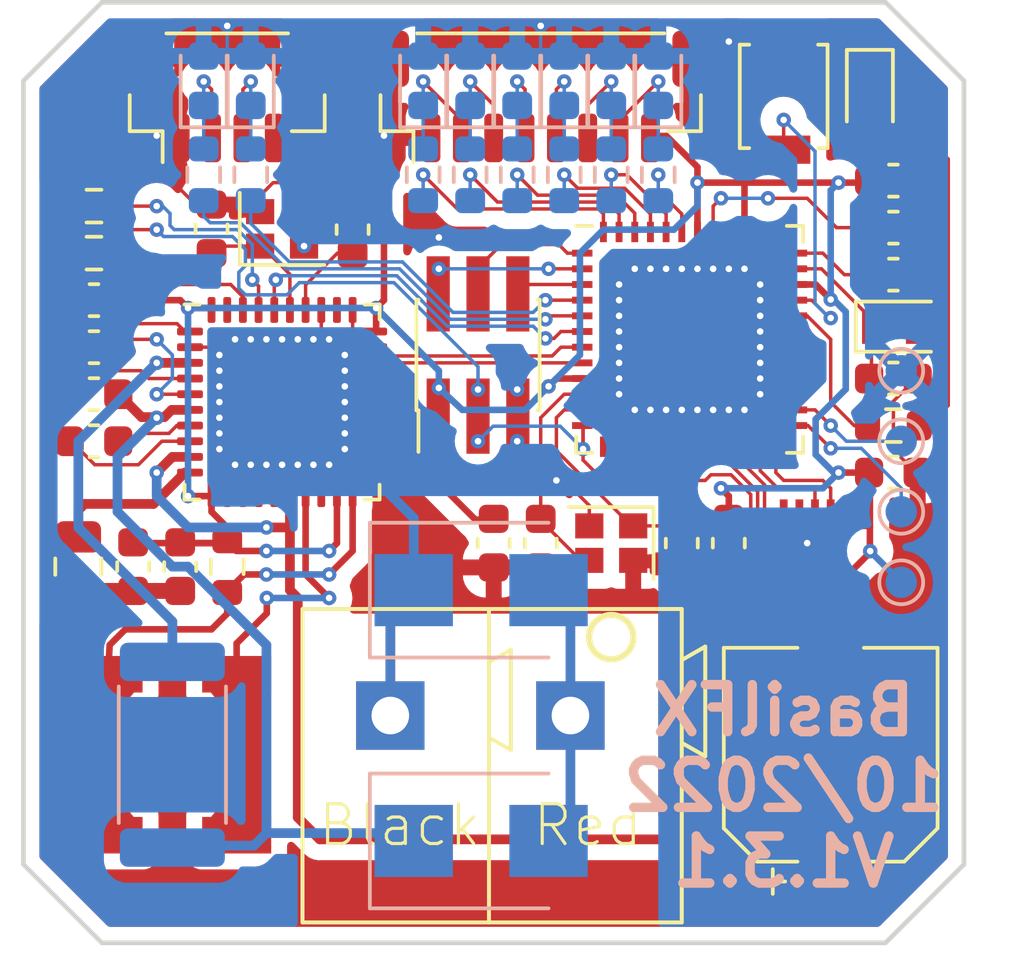
<source format=kicad_pcb>
(kicad_pcb (version 20211014) (generator pcbnew)
  (layers (0 "F.Cu" signal) (31 "B.Cu" signal) (34 "B.Paste" user) (35 "F.Paste" user) (36 "B.SilkS" user "B.Silkscreen") (37 "F.SilkS" user "F.Silkscreen") (38 "B.Mask" user) (39 "F.Mask" user) (44 "Edge.Cuts" user))
  (net 0 "")
  (net 1 "Net-(C11-Pad1)")
  (net 12 "GND")
  (net 13 "/RESET")
  (net 14 "/SWO")
  (net 15 "/SWDCLK")
  (net 16 "/SWDIO")
  (net 17 "Net-(C3-Pad1)")
  (net 18 "Net-(C1-Pad2)")
  (net 19 "Net-(C4-Pad1)")
  (net 20 "Net-(C5-Pad1)")
  (net 21 "Net-(C7-Pad1)")
  (net 22 "Net-(C6-Pad1)")
  (net 23 "Net-(C2-Pad2)")
  (net 24 "/SDA")
  (net 25 "/SCL")
  (net 26 "Net-(C14-Pad1)")
  (net 27 "Net-(C14-Pad2)")
  (net 28 "Net-(C15-Pad2)")
  (net 29 "Net-(D1-Pad2)")
  (net 30 "/KNX+")
  (net 31 "Net-(L1-Pad2)")
  (net 32 "Net-(L1-Pad1)")
  (net 33 "/LED")
  (net 34 "Net-(R2-Pad2)")
  (net 35 "/SWITCH")
  (net 36 "/SAVE")
  (net 37 "/RXD")
  (net 38 "/TXD")
  (net 39 "/SCLK")
  (net 40 "/MOSI")
  (net 41 "/MISO")
  (net 42 "/CS")
  (net 43 "/IF1")
  (net 44 "/IF2")
  (net 45 "/IF3")
  (net 46 "/IF4")
  (net 47 "/IF5")
  (net 48 "/IF6")
  (net 49 "Net-(D2-Pad2)")
  (net 52 "Net-(C13-Pad1)")
  (net 53 "Net-(D6-Pad1)")
  (net 54 "Net-(D7-Pad1)")
  (net 55 "Net-(D8-Pad1)")
  (net 56 "Net-(D9-Pad1)")
  (net 57 "Net-(D10-Pad1)")
  (net 58 "Net-(D11-Pad1)")
  (net 65 "Net-(D4-Pad1)")
  (net 66 "Net-(D5-Pad1)")
  (net 69 "Net-(TP2-Pad1)")
  (net 70 "Net-(TP3-Pad1)")
  (net 71 "Net-(C12-Pad1)")
  (net 72 "Net-(R13-Pad2)")
  (net 74 "Net-(R12-Pad2)")
  (net 75 "+3.3V")
  (footprint "Inductors_SMD2:L_Bourns-SRR5028" (layer "F.Cu") (at 74.75 64 90)
    (fp_text reference "L1" hide)
    (fp_text value "220µH")
  )
  (footprint "Package_USON:USON-8_2x3mm_P0.5mm" (layer "F.Cu") (at 95 57.25 -90)
    (fp_text reference "U3" hide)
    (fp_text value "MX25R8035F" hide)
  )
  (footprint "KNX:KNX_KLEMME" (layer "F.Cu") (at 84.25 62.75 90)
    (fp_text reference "J3" hide)
    (fp_text value "KNX_KLEMME" hide)
  )
  (footprint "Resistor_SMD:R_0603_1608Metric" (layer "F.Cu") (at 72.25 48)
    (fp_text reference "R13" hide)
    (fp_text value "0")
  )
  (footprint "Resistor_SMD:R_0603_1608Metric" (layer "F.Cu") (at 72.25 46.5)
    (fp_text reference "R12" hide)
    (fp_text value "0")
  )
  (footprint "Resistor_SMD:R_0603_1608Metric" (layer "F.Cu") (at 76.5 58 -90)
    (fp_text reference "R3" hide)
    (fp_text value "1")
  )
  (footprint "Resistor_SMD:R_0603_1608Metric" (layer "F.Cu") (at 97.75 53.5)
    (fp_text reference "R1" hide)
    (fp_text value "680")
  )
  (footprint "Package_DFN_QFN:QFN-40-1EP_6x6mm_P0.5mm_EP4.6x4.6mm" (layer "F.Cu") (at 78.25 52.75)
    (fp_text reference "U2" hide)
    (fp_text value "NCN5121")
  )
  (footprint "Package_DFN_QFN:Infineon_MLPQ-48-1EP_7x7mm_P0.5mm_Pad5.15x5.15mm" (layer "F.Cu") (at 91.25 50.75)
    (fp_text reference "U1" hide)
    (fp_text value "EFM32PG12B500")
  )
  (footprint "LED_SMD:LED_0603_1608Metric" (layer "F.Cu") (at 97 43 -90)
    (fp_text reference "D1" hide)
    (fp_text value "LED")
  )
  (footprint "Crystal:Crystal_SMD_2016-4Pin_2.0x1.6mm" (layer "F.Cu") (at 78.25 47.226)
    (fp_text reference "Y3" hide)
    (fp_text value "16MHz")
  )
  (footprint "Crystal:Crystal_SMD_2016-4Pin_2.0x1.6mm" (layer "F.Cu") (at 88.75 57.25 180)
    (fp_text reference "Y2" hide)
    (fp_text value "40MHz")
  )
  (footprint "Connector_PinHeader_1.27mm:PinHeader_2x03_P1.27mm_Vertical_SMD" (layer "F.Cu") (at 84.5 51.25 90)
    (fp_text reference "J4" hide)
    (fp_text value "JTAG")
  )
  (footprint "Connector_JST:JST_SH_BM08B-SRSS-TB_1x08-1MP_P1.00mm_Vertical" (layer "F.Cu") (at 86.5 43)
    (fp_text reference "J2" hide)
    (fp_text value "INTERFACE")
  )
  (footprint "Connector_JST:JST_SH_BM04B-SRSS-TB_1x04-1MP_P1.00mm_Vertical" (layer "F.Cu") (at 76.5 43)
    (fp_text reference "J1" hide)
    (fp_text value "I2C")
  )
  (footprint "Capacitor_SMD:C_0805_2012Metric" (layer "F.Cu") (at 71.75 58 -90)
    (fp_text reference "C12" hide)
    (fp_text value "1µF")
  )
  (footprint "Capacitor_SMD:C_0603_1608Metric" (layer "F.Cu") (at 85 57.25 -90)
    (fp_text reference "C19" hide)
    (fp_text value "100nF")
  )
  (footprint "Capacitor_SMD:C_0603_1608Metric" (layer "F.Cu") (at 72.25 49.5 180)
    (fp_text reference "C18" hide)
    (fp_text value "100nF")
  )
  (footprint "Capacitor_SMD:C_0603_1608Metric" (layer "F.Cu") (at 73.5 58 -90)
    (fp_text reference "C17" hide)
    (fp_text value "10µF")
  )
  (footprint "Capacitor_SMD:C_0603_1608Metric" (layer "F.Cu") (at 75 58 -90)
    (fp_text reference "C16" hide)
    (fp_text value "100nF")
  )
  (footprint "Capacitor_SMD:C_0603_1608Metric" (layer "F.Cu") (at 72.25 52.5 180)
    (fp_text reference "C15" hide)
    (fp_text value "47nF")
  )
  (footprint "Capacitor_SMD:C_0603_1608Metric" (layer "F.Cu") (at 72.25 54)
    (fp_text reference "C14" hide)
    (fp_text value "220nF")
  )
  (footprint "Capacitor_SMD:C_0603_1608Metric" (layer "F.Cu") (at 72.25 51 180)
    (fp_text reference "C13" hide)
    (fp_text value "100nF")
  )
  (footprint "Capacitor_SMD:C_0603_1608Metric" (layer "F.Cu") (at 92.5 57.25 -90)
    (fp_text reference "C10" hide)
    (fp_text value "100nF")
  )
  (footprint "Capacitor_SMD:C_0603_1608Metric" (layer "F.Cu") (at 97.75 55)
    (fp_text reference "C9" hide)
    (fp_text value "100nF")
  )
  (footprint "Capacitor_SMD:C_0603_1608Metric" (layer "F.Cu") (at 97.75 45.6865)
    (fp_text reference "C8" hide)
    (fp_text value "100nF")
  )
  (footprint "Capacitor_SMD:C_0603_1608Metric" (layer "F.Cu") (at 76 47.226 90)
    (fp_text reference "C7" hide)
    (fp_text value "10pF")
  )
  (footprint "Capacitor_SMD:C_0603_1608Metric" (layer "F.Cu") (at 80.5 47.25 90)
    (fp_text reference "C6" hide)
    (fp_text value "10pF")
  )
  (footprint "Capacitor_SMD:C_0603_1608Metric" (layer "F.Cu") (at 86.5 57.25 -90)
    (fp_text reference "C5" hide)
    (fp_text value "20pF")
  )
  (footprint "Capacitor_SMD:C_0603_1608Metric" (layer "F.Cu") (at 91 57.25 -90)
    (fp_text reference "C4" hide)
    (fp_text value "20pF")
  )
  (footprint "Capacitor_SMD:C_0603_1608Metric" (layer "F.Cu") (at 97.75 47.1865)
    (fp_text reference "C3" hide)
    (fp_text value "1µF")
  )
  (footprint "Capacitor_SMD:C_0603_1608Metric" (layer "F.Cu") (at 97.75 52 180)
    (fp_text reference "C1" hide)
    (fp_text value "18pF")
  )
  (footprint "Capacitor_SMD:CP_Elec_6.3x7.7" (layer "F.Cu") (at 95.75 64 90)
    (fp_text reference "C11" hide)
    (fp_text value "100µF")
  )
  (footprint "Button_Switch_SMD:SW_SPST_B3U-1000P" (layer "F.Cu") (at 94.25 43 -90)
    (fp_text reference "SW1" hide)
    (fp_text value "PROG")
  )
  (footprint "Capacitor_SMD:C_0603_1608Metric" (layer "F.Cu") (at 97.75 48.6865 180)
    (fp_text reference "C2" hide)
    (fp_text value "18pF")
  )
  (footprint "Crystal:Crystal_SMD_2012-2Pin_2.0x1.2mm" (layer "F.Cu") (at 97.75 50.3443)
    (fp_text reference "Y1" hide)
    (fp_text value "32.768kHz")
  )
  (footprint "TestPoint:TestPoint_Pad_D1.0mm" (layer "B.Cu") (at 98 58.5)
    (fp_text reference "TP4" hide)
    (fp_text value "Test_Point")
  )
  (footprint "TestPoint:TestPoint_Pad_D1.0mm" (layer "B.Cu") (at 98 56.25)
    (fp_text reference "TP3" hide)
    (fp_text value "Test_Point")
  )
  (footprint "TestPoint:TestPoint_Pad_D1.0mm" (layer "B.Cu") (at 98 54)
    (fp_text reference "TP2" hide)
    (fp_text value "Test_Point")
  )
  (footprint "TestPoint:TestPoint_Pad_D1.0mm" (layer "B.Cu") (at 98 51.75)
    (fp_text reference "TP1" hide)
    (fp_text value "Test_Point")
  )
  (footprint "Resistor_SMD:R_2512_6332Metric" (layer "B.Cu") (at 74.75 64 90)
    (fp_text reference "R2" hide)
    (fp_text value "27")
  )
  (footprint "Resistor_SMD:R_0603_1608Metric" (layer "B.Cu") (at 84.25 45.5 90)
    (fp_text reference "R5" hide)
    (fp_text value "680")
  )
  (footprint "Resistor_SMD:R_0603_1608Metric" (layer "B.Cu") (at 77.25 45.5 90)
    (fp_text reference "R11" hide)
    (fp_text value "0")
  )
  (footprint "Resistor_SMD:R_0603_1608Metric" (layer "B.Cu") (at 75.75 45.5 90)
    (fp_text reference "R10" hide)
    (fp_text value "0")
  )
  (footprint "Resistor_SMD:R_0603_1608Metric" (layer "B.Cu") (at 90.25 45.5 90)
    (fp_text reference "R9" hide)
    (fp_text value "680")
  )
  (footprint "Resistor_SMD:R_0603_1608Metric" (layer "B.Cu") (at 88.75 45.5 90)
    (fp_text reference "R8" hide)
    (fp_text value "680")
  )
  (footprint "Resistor_SMD:R_0603_1608Metric" (layer "B.Cu") (at 87.25 45.5 90)
    (fp_text reference "R7" hide)
    (fp_text value "680")
  )
  (footprint "Resistor_SMD:R_0603_1608Metric" (layer "B.Cu") (at 85.75 45.5 90)
    (fp_text reference "R6" hide)
    (fp_text value "680")
  )
  (footprint "Resistor_SMD:R_0603_1608Metric" (layer "B.Cu") (at 82.75 45.5 90)
    (fp_text reference "R4" hide)
    (fp_text value "680")
  )
  (footprint "Diode_SMD:D_SMB" (layer "B.Cu") (at 84.6 58.75)
    (fp_text reference "D3" hide)
    (fp_text value "D_TVS")
  )
  (footprint "Diode_SMD:D_SMB" (layer "B.Cu") (at 84.6 66.75)
    (fp_text reference "D2" hide)
    (fp_text value "D")
  )
  (footprint "Diode_SMD:D_0603_1608Metric" (layer "B.Cu") (at 75.75 42.5 90)
    (fp_text reference "D5" hide)
    (fp_text value "D_TVS")
  )
  (footprint "Diode_SMD:D_0603_1608Metric" (layer "B.Cu") (at 90.25 42.5 90)
    (fp_text reference "D6" hide)
    (fp_text value "D_TVS")
  )
  (footprint "Diode_SMD:D_0603_1608Metric" (layer "B.Cu") (at 88.75 42.5 90)
    (fp_text reference "D7" hide)
    (fp_text value "D_TVS")
  )
  (footprint "Diode_SMD:D_0603_1608Metric" (layer "B.Cu") (at 87.25 42.5 90)
    (fp_text reference "D8" hide)
    (fp_text value "D_TVS")
  )
  (footprint "Diode_SMD:D_0603_1608Metric" (layer "B.Cu") (at 85.75 42.5 90)
    (fp_text reference "D9" hide)
    (fp_text value "D_TVS")
  )
  (footprint "Diode_SMD:D_0603_1608Metric" (layer "B.Cu") (at 84.25 42.5 90)
    (fp_text reference "D10" hide)
    (fp_text value "D_TVS")
  )
  (footprint "Diode_SMD:D_0603_1608Metric" (layer "B.Cu") (at 77.25 42.5 90)
    (fp_text reference "D4" hide)
    (fp_text value "D_TVS")
  )
  (footprint "Diode_SMD:D_0603_1608Metric" (layer "B.Cu") (at 82.75 42.5 90)
    (fp_text reference "D11" hide)
    (fp_text value "D_TVS")
  )
  (gr_circle (center 88.75 60.25) (end 89.25 60.75) (layer "F.SilkS") (width 0.2) (fill none))
  (gr_line (start 100 67.5) (end 97.5 70) (layer "Edge.Cuts") (width 0.15))
  (gr_line (start 100 42.5) (end 97.5 40) (layer "Edge.Cuts") (width 0.15))
  (gr_line (start 97.5 70) (end 72.5 70) (layer "Edge.Cuts") (width 0.15))
  (gr_line (start 70 67.5) (end 70 42.5) (layer "Edge.Cuts") (width 0.15))
  (gr_line (start 70 42.5) (end 72.5 40) (layer "Edge.Cuts") (width 0.15))
  (gr_line (start 70 67.5) (end 72.5 70) (layer "Edge.Cuts") (width 0.15))
  (gr_line (start 100 42.5) (end 100 67.5) (layer "Edge.Cuts") (width 0.15))
  (gr_line (start 72.5 40) (end 97.5 40) (layer "Edge.Cuts") (width 0.15))
  (gr_text "BasilFX\n10/2022\nV1.3.1" (at 94.25 65) (layer "B.SilkS") (effects (font (size 1.5 1.5) (thickness 0.3)) (justify mirror)))
  (segment (start 78.75 66) (end 79.45 66.7) (width 0.31) (layer "F.Cu") (net 1))
  (segment (start 78.5 56.75) (end 78.5 58.75) (width 0.31) (layer "F.Cu") (net 1))
  (segment (start 79.45 66.7) (end 95.75 66.7) (width 0.31) (layer "F.Cu") (net 1))
  (segment (start 78.5 56.75) (end 77.75 56.75) (width 0.31) (layer "F.Cu") (net 1))
  (segment (start 78.75 59) (end 78.75 66) (width 0.31) (layer "F.Cu") (net 1))
  (segment (start 78.5 58.75) (end 78.75 59) (width 0.31) (layer "F.Cu") (net 1))
  (segment (start 74.75 54.5) (end 74.25 55) (width 0.31) (layer "F.Cu") (net 1))
  (segment (start 75.25 54.5) (end 74.75 54.5) (width 0.31) (layer "F.Cu") (net 1))
  (segment (start 78.5 55.75) (end 78.5 56.75) (width 0.31) (layer "F.Cu") (net 1))
  (via (at 77.75 56.75) (size 0.46) (drill 0.21) (layers "F.Cu" "B.Cu") (net 1))
  (via (at 74.25 55) (size 0.46) (drill 0.21) (layers "F.Cu" "B.Cu") (net 1))
  (segment (start 74.25 55.75) (end 74.25 55) (width 0.31) (layer "B.Cu") (net 1))
  (segment (start 75.25 56.75) (end 74.25 55.75) (width 0.31) (layer "B.Cu") (net 1))
  (segment (start 77.75 56.75) (end 75.25 56.75) (width 0.31) (layer "B.Cu") (net 1))
  (segment (start 71.4625 50.25) (end 71.4625 49.5) (width 0.11) (layer "F.Cu") (net 12))
  (segment (start 77.5 55) (end 77.75 54.75) (width 0.11) (layer "F.Cu") (net 12))
  (segment (start 71.4625 51) (end 71.4625 50.25) (width 0.11) (layer "F.Cu") (net 12))
  (segment (start 79.5 55.75) (end 79.5 55) (width 0.11) (layer "F.Cu") (net 12))
  (segment (start 87.25 55.25) (end 88.05 56.05) (width 0.11) (layer "F.Cu") (net 12))
  (segment (start 96.61 41.3) (end 97 41.69) (width 0.11) (layer "F.Cu") (net 12))
  (segment (start 81.70238 62.75) (end 81.70238 58.29762) (width 0.31) (layer "F.Cu") (net 12))
  (segment (start 85 58) (end 86.5 58) (width 0.11) (layer "F.Cu") (net 12))
  (segment (start 80.5 51) (end 80.475 51.025) (width 0.11) (layer "F.Cu") (net 12))
  (segment (start 76.7497 46.476) (end 76.9497 46.676) (width 0.11) (layer "F.Cu") (net 12))
  (segment (start 75.15 50.5) (end 74.9 50.25) (width 0.11) (layer "F.Cu") (net 12))
  (segment (start 98.525 48.75) (end 99.25 49.475) (width 0.11) (layer "F.Cu") (net 12))
  (segment (start 79.5 50.5) (end 78.975 51.025) (width 0.11) (layer "F.Cu") (net 12))
  (segment (start 79.775 45.75) (end 78 45.75) (width 0.11) (layer "F.Cu") (net 12))
  (segment (start 79.5 49.75) (end 79.5 50.5) (width 0.11) (layer "F.Cu") (net 12))
  (segment (start 75.515 46.476) (end 75 45.961) (width 0.11) (layer "F.Cu") (net 12))
  (segment (start 81.25 52.5) (end 81.25 53) (width 0.11) (layer "F.Cu") (net 12))
  (segment (start 94.25 41.3) (end 96.61 41.3) (width 0.11) (layer "F.Cu") (net 12))
  (segment (start 98.5 47.25) (end 98.5 48.75) (width 0.11) (layer "F.Cu") (net 12))
  (segment (start 71.4625 49.5) (end 71.4625 48) (width 0.11) (layer "F.Cu") (net 12))
  (segment (start 77.2499 46.676) (end 76.9497 46.676) (width 0.11) (layer "F.Cu") (net 12))
  (segment (start 86.5 58.0375) (end 85.925 58.0375) (width 0.11) (layer "F.Cu") (net 12))
  (segment (start 94 47.35) (end 94 47.8503) (width 0.11) (layer "F.Cu") (net 12))
  (segment (start 77.55 46.676) (end 77.55 46.166) (width 0.11) (layer "F.Cu") (net 12))
  (segment (start 91 58) (end 92.5 58) (width 0.11) (layer "F.Cu") (net 12))
  (segment (start 94.25 56.5) (end 94.2507 56.4993) (width 0.11) (layer "F.Cu") (net 12))
  (segment (start 74.9 50.25) (end 71.4625 50.25) (width 0.11) (layer "F.Cu") (net 12))
  (segment (start 81.25 54) (end 81.25 53.5) (width 0.11) (layer "F.Cu") (net 12))
  (segment (start 80.5 49.75) (end 80.5 50.5) (width 0.11) (layer "F.Cu") (net 12))
  (segment (start 89.45 57.8) (end 90.8 57.8) (width 0.11) (layer "F.Cu") (net 12))
  (segment (start 93.775001 48.075299) (end 94 47.8503) (width 0.11) (layer "F.Cu") (net 12))
  (segment (start 97.75 54.275) (end 97.75 52.725) (width 0.11) (layer "F.Cu") (net 12))
  (segment (start 88.05 56.05) (end 88.05 56.7) (width 0.11) (layer "F.Cu") (net 12))
  (segment (start 98.5 47.25) (end 98.5 45.75) (width 0.11) (layer "F.Cu") (net 12))
  (segment (start 80.5 50.5) (end 79.975 51.025) (width 0.11) (layer "F.Cu") (net 12))
  (segment (start 79.5 55) (end 79.75 54.75) (width 0.11) (layer "F.Cu") (net 12))
  (segment (start 99.25 50.765) (end 98.5 51.515) (width 0.11) (layer "F.Cu") (net 12))
  (segment (start 81.25 53) (end 80.5 53) (width 0.11) (layer "F.Cu") (net 12))
  (segment (start 75.25 51) (end 75.25 50.5) (width 0.11) (layer "F.Cu") (net 12))
  (segment (start 73.5 58.75) (end 72 58.75) (width 0.11) (layer "F.Cu") (net 12))
  (segment (start 97.75 54.275) (end 98.475 55) (width 0.11) (layer "F.Cu") (net 12))
  (segment (start 76.25 51.25) (end 76 51) (width 0.11) (layer "F.Cu") (net 12))
  (segment (start 75 45.961) (end 75 44.2625) (width 0.11) (layer "F.Cu") (net 12))
  (segment (start 77.55 46.166) (end 77.966 45.75) (width 0.11) (layer "F.Cu") (net 12))
  (segment (start 81.9625 58.0375) (end 85 58.0375) (width 0.31) (layer "F.Cu") (net 12))
  (segment (start 80.5 53) (end 80.474999 52.974999) (width 0.11) (layer "F.Cu") (net 12))
  (segment (start 81.70238 58.29762) (end 81.9625 58.0375) (width 0.31) (layer "F.Cu") (net 12))
  (segment (start 81.25 51) (end 80.5 51) (width 0.11) (layer "F.Cu") (net 12))
  (segment (start 95 57.25) (end 94.25 56.5) (width 0.11) (layer "F.Cu") (net 12))
  (segment (start 94.2507 56.4993) (end 94.2507 56.02826) (width 0.11) (layer "F.Cu") (net 12))
  (segment (start 76 46.476) (end 75.515 46.476) (width 0.11) (layer "F.Cu") (net 12))
  (segment (start 93.775001 48.224999) (end 93.775001 48.075299) (width 0.11) (layer "F.Cu") (net 12))
  (segment (start 97 41.69) (end 97 42.2) (width 0.11) (layer "F.Cu") (net 12))
  (segment (start 77.5 55.75) (end 77.5 55) (width 0.11) (layer "F.Cu") (net 12))
  (segment (start 75.3501 51) (end 76 51) (width 0.11) (layer "F.Cu") (net 12))
  (segment (start 80.5 46.475) (end 79.775 45.75) (width 0.11) (layer "F.Cu") (net 12))
  (segment (start 76 46.476) (end 76.7497 46.476) (width 0.11) (layer "F.Cu") (net 12))
  (segment (start 81.25 53.5) (end 81.25 53) (width 0.11) (layer "F.Cu") (net 12))
  (segment (start 98.5 51.515) (end 98.5 52) (width 0.11) (layer "F.Cu") (net 12))
  (segment (start 99.25 49.475) (end 99.25 50.765) (width 0.11) (layer "F.Cu") (net 12))
  (segment (start 97.75 52.725) (end 98.475 52) (width 0.11) (layer "F.Cu") (net 12))
  (segment (start 73.5 58.75) (end 75 58.75) (width 0.11) (layer "F.Cu") (net 12))
  (segment (start 87 55.25) (end 87.25 55.25) (width 0.11) (layer "F.Cu") (net 12))
  (via (at 89 51.5) (size 0.46) (drill 0.21) (layers "F.Cu" "B.Cu") (net 12))
  (via (at 89 49.5) (size 0.46) (drill 0.21) (layers "F.Cu" "B.Cu") (net 12))
  (via (at 91.5 53) (size 0.46) (drill 0.21) (layers "F.Cu" "B.Cu") (net 12))
  (via (at 85.75 52.35) (size 0.46) (drill 0.21) (layers "F.Cu" "B.Cu") (net 12))
  (via (at 92.5 53) (size 0.46) (drill 0.21) (layers "F.Cu" "B.Cu") (net 12))
  (via (at 80.25 54.25) (size 0.46) (drill 0.21) (layers "F.Cu" "B.Cu") (net 12))
  (via (at 80.25 53.75) (size 0.46) (drill 0.21) (layers "F.Cu" "B.Cu") (net 12))
  (via (at 93.5 50) (size 0.46) (drill 0.21) (layers "F.Cu" "B.Cu") (net 12))
  (via (at 76.25 53.25) (size 0.46) (drill 0.21) (layers "F.Cu" "B.Cu") (net 12))
  (via (at 93.5 51.5) (size 0.46) (drill 0.21) (layers "F.Cu" "B.Cu") (net 12))
  (via (at 76.25 52.25) (size 0.46) (drill 0.21) (layers "F.Cu" "B.Cu") (net 12))
  (via (at 89 50) (size 0.46) (drill 0.21) (layers "F.Cu" "B.Cu") (net 12))
  (via (at 92.5 48.5) (size 0.46) (drill 0.21) (layers "F.Cu" "B.Cu") (net 12))
  (via (at 78.75 50.75) (size 0.46) (drill 0.21) (layers "F.Cu" "B.Cu") (net 12))
  (via (at 89 52.5) (size 0.46) (drill 0.21) (layers "F.Cu" "B.Cu") (net 12))
  (via (at 93 48.5) (size 0.46) (drill 0.21) (layers "F.Cu" "B.Cu") (net 12))
  (via (at 93.5 51) (size 0.46) (drill 0.21) (layers "F.Cu" "B.Cu") (net 12))
  (via (at 90.5 53) (size 0.46) (drill 0.21) (layers "F.Cu" "B.Cu") (net 12))
  (via (at 92 53) (size 0.46) (drill 0.21) (layers "F.Cu" "B.Cu") (net 12))
  (via (at 78.25 54.75) (size 0.46) (drill 0.21) (layers "F.Cu" "B.Cu") (net 12))
  (via (at 93.5 52) (size 0.46) (drill 0.21) (layers "F.Cu" "B.Cu") (net 12))
  (via (at 74.25 44.25) (size 0.46) (drill 0.21) (layers "F.Cu" "B.Cu") (net 12))
  (via (at 76.25 52.75) (size 0.46) (drill 0.21) (layers "F.Cu" "B.Cu") (net 12))
  (via (at 89 52) (size 0.46) (drill 0.21) (layers "F.Cu" "B.Cu") (net 12))
  (via (at 76.25 54.25) (size 0.46) (drill 0.21) (layers "F.Cu" "B.Cu") (net 12))
  (via (at 76.5 40.75) (size 0.46) (drill 0.21) (layers "F.Cu" "B.Cu") (net 12))
  (via (at 80.25 52.75) (size 0.46) (drill 0.21) (layers "F.Cu" "B.Cu") (net 12))
  (via (at 91.5 48.5) (size 0.46) (drill 0.21) (layers "F.Cu" "B.Cu") (net 12))
  (via (at 76.75 50.75) (size 0.46) (drill 0.21) (layers "F.Cu" "B.Cu") (net 12))
  (via (at 76.75 54.75) (size 0.46) (drill 0.21) (layers "F.Cu" "B.Cu") (net 12))
  (via (at 79.75 54.75) (size 0.46) (drill 0.21) (layers "F.Cu" "B.Cu") (net 12))
  (via (at 80.25 51.25) (size 0.46) (drill 0.21) (layers "F.Cu" "B.Cu") (net 12))
  (via (at 92 48.5) (size 0.46) (drill 0.21) (layers "F.Cu" "B.Cu") (net 12))
  (via (at 79.25 54.75) (size 0.46) (drill 0.21) (layers "F.Cu" "B.Cu") (net 12))
  (via (at 89 51) (size 0.46) (drill 0.21) (layers "F.Cu" "B.Cu") (net 12))
  (via (at 90 48.5) (size 0.46) (drill 0.21) (layers "F.Cu" "B.Cu") (net 12))
  (via (at 95 57.25) (size 0.46) (drill 0.21) (layers "F.Cu" "B.Cu") (net 12))
  (via (at 77.75 54.75) (size 0.46) (drill 0.21) (layers "F.Cu" "B.Cu") (net 12))
  (via (at 80.25 53.25) (size 0.46) (drill 0.21) (layers "F.Cu" "B.Cu") (net 12))
  (via (at 77.25 50.75) (size 0.46) (drill 0.21) (layers "F.Cu" "B.Cu") (net 12))
  (via (at 89.5 53) (size 0.46) (drill 0.21) (layers "F.Cu" "B.Cu") (net 12))
  (via (at 81.5 44.25) (size 0.46) (drill 0.21) (layers "F.Cu" "B.Cu") (net 12))
  (via (at 83.25 47.5) (size 0.46) (drill 0.21) (layers "F.Cu" "B.Cu") (net 12))
  (via (at 90 53) (size 0.46) (drill 0.21) (layers "F.Cu" "B.Cu") (net 12))
  (via (at 85.75 54) (size 0.46) (drill 0.21) (layers "F.Cu" "B.Cu") (net 12))
  (via (at 91 48.5) (size 0.46) (drill 0.21) (layers "F.Cu" "B.Cu") (net 12))
  (via (at 91 53) (size 0.46) (drill 0.21) (layers "F.Cu" "B.Cu") (net 12))
  (via (at 78.25 50.75) (size 0.46) (drill 0.21) (layers "F.Cu" "B.Cu") (net 12))
  (via (at 78.75 54.75) (size 0.46) (drill 0.21) (layers "F.Cu" "B.Cu") (net 12))
  (via (at 93.5 50.5) (size 0.46) (drill 0.21) (layers "F.Cu" "B.Cu") (net 12))
  (via (at 92.5 41.25) (size 0.46) (drill 0.21) (layers "F.Cu" "B.Cu") (net 12))
  (via (at 90.5 48.5) (size 0.46) (drill 0.21) (layers "F.Cu" "B.Cu") (net 12))
  (via (at 80.25 52.25) (size 0.46) (drill 0.21) (layers "F.Cu" "B.Cu") (net 12))
  (via (at 87 55.25) (size 0.46) (drill 0.21) (layers "F.Cu" "B.Cu") (net 12))
  (via (at 77.75 50.75) (size 0.46) (drill 0.21) (layers "F.Cu" "B.Cu") (net 12))
  (via (at 93 53) (size 0.46) (drill 0.21) (layers "F.Cu" "B.Cu") (net 12))
  (via (at 89.5 48.5) (size 0.46) (drill 0.21) (layers "F.Cu" "B.Cu") (net 12))
  (via (at 93.5 52.5) (size 0.46) (drill 0.21) (layers "F.Cu" "B.Cu") (net 12))
  (via (at 76.25 51.25) (size 0.46) (drill 0.21) (layers "F.Cu" "B.Cu") (net 12))
  (via (at 89 50.5) (size 0.46) (drill 0.21) (layers "F.Cu" "B.Cu") (net 12))
  (via (at 76.25 51.75) (size 0.46) (drill 0.21) (layers "F.Cu" "B.Cu") (net 12))
  (via (at 76.25 53.75) (size 0.46) (drill 0.21) (layers "F.Cu" "B.Cu") (net 12))
  (via (at 80.25 51.75) (size 0.46) (drill 0.21) (layers "F.Cu" "B.Cu") (net 12))
  (via (at 79.75 50.75) (size 0.46) (drill 0.21) (layers "F.Cu" "B.Cu") (net 12))
  (via (at 77.25 54.75) (size 0.46) (drill 0.21) (layers "F.Cu" "B.Cu") (net 12))
  (via (at 86.5 40.75) (size 0.46) (drill 0.21) (layers "F.Cu" "B.Cu") (net 12))
  (via (at 78.95 47.776) (size 0.46) (drill 0.21) (layers "F.Cu" "B.Cu") (net 12))
  (via (at 89 49) (size 0.46) (drill 0.21) (layers "F.Cu" "B.Cu") (net 12))
  (via (at 79.25 50.75) (size 0.46) (drill 0.21) (layers "F.Cu" "B.Cu") (net 12))
  (via (at 93.5 49) (size 0.46) (drill 0.21) (layers "F.Cu" "B.Cu") (net 12))
  (via (at 93.5 49.5) (size 0.46) (drill 0.21) (layers "F.Cu" "B.Cu") (net 12))
  (segment (start 87.25 41.65) (end 88.75 41.65) (width 0.11) (layer "B.Cu") (net 12))
  (segment (start 88.75 41.65) (end 90.25 41.65) (width 0.11) (layer "B.Cu") (net 12))
  (segment (start 82.75 41.65) (end 84.25 41.65) (width 0.11) (layer "B.Cu") (net 12))
  (segment (start 84.25 41.65) (end 85.75 41.65) (width 0.11) (layer "B.Cu") (net 12))
  (segment (start 76.25 53.75) (end 76.25 53.25) (width 0.11) (layer "B.Cu") (net 12))
  (segment (start 77.75 54.75) (end 77.6858 54.8142) (width 0.11) (layer "B.Cu") (net 12))
  (segment (start 77.6858 54.8142) (end 77.3142 54.8142) (width 0.11) (layer "B.Cu") (net 12))
  (segment (start 83.25 47.5) (end 79.226 47.5) (width 0.11) (layer "B.Cu") (net 12))
  (segment (start 86.5 41.65) (end 87.25 41.65) (width 0.11) (layer "B.Cu") (net 12))
  (segment (start 76.5 41.65) (end 75.9751 41.65) (width 0.11) (layer "B.Cu") (net 12))
  (segment (start 78.75 54.75) (end 78.25 54.75) (width 0.11) (layer "B.Cu") (net 12))
  (segment (start 82.45 56.45) (end 80.25 54.25) (width 0.31) (layer "B.Cu") (net 12))
  (segment (start 92.1 41.65) (end 92.5 41.25) (width 0.11) (layer "B.Cu") (net 12))
  (segment (start 77.75 50.75) (end 78.25 50.75) (width 0.11) (layer "B.Cu") (net 12))
  (segment (start 81.70238 62.75) (end 81.70238 59.49762) (width 0.31) (layer "B.Cu") (net 12))
  (segment (start 76.25 52.75) (end 76.25 52.25) (width 0.11) (layer "B.Cu") (net 12))
  (segment (start 77.25 41.65) (end 82.75 41.65) (width 0.11) (layer "B.Cu") (net 12))
  (segment (start 80.25 54.25) (end 80.25 53.75) (width 0.11) (layer "B.Cu") (net 12))
  (segment (start 77.3142 54.8142) (end 77.25 54.75) (width 0.11) (layer "B.Cu") (net 12))
  (segment (start 76.25 53.25) (end 76.25 52.75) (width 0.11) (layer "B.Cu") (net 12))
  (segment (start 80.25 51.75) (end 80.25 52.25) (width 0.11) (layer "B.Cu") (net 12))
  (segment (start 80.25 52.25) (end 80.25 52.75) (width 0.11) (layer "B.Cu") (net 12))
  (segment (start 86.5 40.75) (end 86.5 41.65) (width 0.11) (layer "B.Cu") (net 12))
  (segment (start 80.25 51.25) (end 80.25 51.75) (width 0.11) (layer "B.Cu") (net 12))
  (segment (start 79.226 47.5) (end 78.95 47.776) (width 0.11) (layer "B.Cu") (net 12))
  (segment (start 85.75 54) (end 87 55.25) (width 0.11) (layer "B.Cu") (net 12))
  (segment (start 85.75 41.65) (end 86.5 41.65) (width 0.11) (layer "B.Cu") (net 12))
  (segment (start 82.45 58.75) (end 82.45 56.45) (width 0.31) (layer "B.Cu") (net 12))
  (segment (start 80.25 53.75) (end 80.25 53.25) (width 0.11) (layer "B.Cu") (net 12))
  (segment (start 76.5 40.75) (end 76.5 41.65) (width 0.11) (layer "B.Cu") (net 12))
  (segment (start 80.25 53.25) (end 80.25 52.75) (width 0.11) (layer "B.Cu") (net 12))
  (segment (start 77.25 41.65) (end 76.5 41.65) (width 0.11) (layer "B.Cu") (net 12))
  (segment (start 76.25 51.75) (end 76.25 52.25) (width 0.11) (layer "B.Cu") (net 12))
  (segment (start 90.25 41.65) (end 92.1 41.65) (width 0.11) (layer "B.Cu") (net 12))
  (segment (start 76.25 51.25) (end 76.25 51.75) (width 0.11) (layer "B.Cu") (net 12))
  (segment (start 74.25 47.25) (end 72.2125 47.25) (width 0.11) (layer "F.Cu") (net 13))
  (segment (start 95.24892 58.81222) (end 95.24892 58.47174) (width 0.11) (layer "F.Cu") (net 13))
  (segment (start 87.85 54.6) (end 88.5 55.25) (width 0.11) (layer "F.Cu") (net 13))
  (segment (start 88.5 55.25) (end 91.75 55.25) (width 0.11) (layer "F.Cu") (net 13))
  (segment (start 91.75 55.25) (end 91.93 55.07) (width 0.11) (layer "F.Cu") (net 13))
  (segment (start 93.199981 59.011122) (end 93.658869 59.47001) (width 0.11) (layer "F.Cu") (net 13))
  (segment (start 93.199981 55.699981) (end 93.199981 59.011122) (width 0.11) (layer "F.Cu") (net 13))
  (segment (start 92.57 55.07) (end 93.199981 55.699981) (width 0.11) (layer "F.Cu") (net 13))
  (segment (start 94.591131 59.47001) (end 95.24892 58.81222) (width 0.11) (layer "F.Cu") (net 13))
  (segment (start 87.85 54.25) (end 87.85 54.6) (width 0.11) (layer "F.Cu") (net 13))
  (segment (start 91.93 55.07) (end 92.57 55.07) (width 0.11) (layer "F.Cu") (net 13))
  (segment (start 71.4625 46.5) (end 72.2125 47.25) (width 0.11) (layer "F.Cu") (net 13))
  (segment (start 87.85 53.5) (end 87.85 54.15) (width 0.11) (layer "F.Cu") (net 13))
  (segment (start 93.658869 59.47001) (end 94.591131 59.47001) (width 0.11) (layer "F.Cu") (net 13))
  (segment (start 87.85 54.25) (end 87.85 53.5) (width 0.11) (layer "F.Cu") (net 13))
  (via (at 87.85 54.25) (size 0.46) (drill 0.21) (layers "F.Cu" "B.Cu") (net 13))
  (via (at 84.5 52.35) (size 0.46) (drill 0.21) (layers "F.Cu" "B.Cu") (net 13))
  (via (at 84.5 54) (size 0.46) (drill 0.21) (layers "F.Cu" "B.Cu") (net 13))
  (via (at 74.25 47.25) (size 0.46) (drill 0.21) (layers "F.Cu" "B.Cu") (net 13))
  (segment (start 84.5 51.62228) (end 81.81772 48.94) (width 0.11) (layer "B.Cu") (net 13))
  (segment (start 78.41 49.33) (end 77.08 49.33) (width 0.11) (layer "B.Cu") (net 13))
  (segment (start 76.87 49.12) (end 76.87 48.61) (width 0.11) (layer "B.Cu") (net 13))
  (segment (start 77.08 47.88) (end 76.67 47.47) (width 0.11) (layer "B.Cu") (net 13))
  (segment (start 78.8 48.94) (end 78.41 49.33) (width 0.11) (layer "B.Cu") (net 13))
  (segment (start 81.81772 48.94) (end 78.8 48.94) (width 0.11) (layer "B.Cu") (net 13))
  (segment (start 76.87 48.61) (end 77.08 48.4) (width 0.11) (layer "B.Cu") (net 13))
  (segment (start 84.5 52.35) (end 84.5 51.62228) (width 0.11) (layer "B.Cu") (net 13))
  (segment (start 77.08 49.33) (end 76.87 49.12) (width 0.11) (layer "B.Cu") (net 13))
  (segment (start 74.47 47.47) (end 74.25 47.25) (width 0.11) (layer "B.Cu") (net 13))
  (segment (start 76.67 47.47) (end 74.47 47.47) (width 0.11) (layer "B.Cu") (net 13))
  (segment (start 84.97999 53.52001) (end 87.12001 53.52001) (width 0.11) (layer "B.Cu") (net 13))
  (segment (start 84.5 54) (end 84.97999 53.52001) (width 0.11) (layer "B.Cu") (net 13))
  (segment (start 77.08 48.4) (end 77.08 47.88) (width 0.11) (layer "B.Cu") (net 13))
  (segment (start 87.12001 53.52001) (end 87.85 54.25) (width 0.11) (layer "B.Cu") (net 13))
  (segment (start 87.85 49) (end 86.07 49) (width 0.11) (layer "F.Cu") (net 14))
  (segment (start 87.85 48) (end 87.3497 48) (width 0.11) (layer "F.Cu") (net 15))
  (segment (start 85.2454 47.7246) (end 84.5 48.47) (width 0.11) (layer "F.Cu") (net 15))
  (segment (start 87.3497 48) (end 87.0743 47.7246) (width 0.11) (layer "F.Cu") (net 15))
  (segment (start 87.0743 47.7246) (end 85.2454 47.7246) (width 0.11) (layer "F.Cu") (net 15))
  (segment (start 87.85 48.5) (end 86.75 48.5) (width 0.11) (layer "F.Cu") (net 16))
  (via (at 83.25 48.5) (size 0.46) (drill 0.21) (layers "F.Cu" "B.Cu") (net 16))
  (via (at 86.75 48.5) (size 0.46) (drill 0.21) (layers "F.Cu" "B.Cu") (net 16))
  (segment (start 83.25 48.5) (end 86.75 48.5) (width 0.11) (layer "B.Cu") (net 16))
  (segment (start 95 46.25) (end 95.9365 47.1865) (width 0.11) (layer "F.Cu") (net 17))
  (segment (start 96.9625 47.1865) (end 95.9365 47.1865) (width 0.11) (layer "F.Cu") (net 17))
  (segment (start 92 46.5) (end 92.25 46.25) (width 0.11) (layer "F.Cu") (net 17))
  (segment (start 92 47.35) (end 92 46.5) (width 0.11) (layer "F.Cu") (net 17))
  (segment (start 93.75 46.25) (end 95 46.25) (width 0.11) (layer "F.Cu") (net 17))
  (via (at 93.75 46.25) (size 0.46) (drill 0.21) (layers "F.Cu" "B.Cu") (net 17))
  (via (at 92.25 46.25) (size 0.46) (drill 0.21) (layers "F.Cu" "B.Cu") (net 17))
  (segment (start 92.25 46.25) (end 93.75 46.25) (width 0.11) (layer "B.Cu") (net 17))
  (segment (start 94.65 48.5) (end 95.4557 48.5) (width 0.11) (layer "F.Cu") (net 18))
  (segment (start 97.05 50.3443) (end 97.05 51.95) (width 0.11) (layer "F.Cu") (net 18))
  (segment (start 95.4557 48.5) (end 97.05 50.0943) (width 0.11) (layer "F.Cu") (net 18))
  (segment (start 87.25 53) (end 87 53.25) (width 0.11) (layer "F.Cu") (net 19))
  (segment (start 87.85 53) (end 87.25 53) (width 0.11) (layer "F.Cu") (net 19))
  (segment (start 89.4 56.7) (end 87 54.3) (width 0.11) (layer "F.Cu") (net 19))
  (segment (start 89.45 56.7) (end 90.8 56.7) (width 0.11) (layer "F.Cu") (net 19))
  (segment (start 87 54.3) (end 87 53.25) (width 0.11) (layer "F.Cu") (net 19))
  (segment (start 87.85 52.5) (end 87.25 52.5) (width 0.11) (layer "F.Cu") (net 20))
  (segment (start 86.5 53.25) (end 86.5 56.5) (width 0.11) (layer "F.Cu") (net 20))
  (segment (start 87.25 52.5) (end 86.5 53.25) (width 0.11) (layer "F.Cu") (net 20))
  (segment (start 86.5 56.525) (end 87.775 57.8) (width 0.11) (layer "F.Cu") (net 20))
  (segment (start 78.5 48.676) (end 77.6 47.776) (width 0.11) (layer "F.Cu") (net 21))
  (segment (start 78.5 49.75) (end 78.5 48.676) (width 0.11) (layer "F.Cu") (net 21))
  (segment (start 77.55 47.776) (end 76.2 47.776) (width 0.11) (layer "F.Cu") (net 21))
  (segment (start 79 49.015) (end 80.015 48) (width 0.11) (layer "F.Cu") (net 22))
  (segment (start 80.015 48) (end 80.5 48) (width 0.11) (layer "F.Cu") (net 22))
  (segment (start 79 49.75) (end 79 49.015) (width 0.11) (layer "F.Cu") (net 22))
  (segment (start 80.5 47.975) (end 79.201 46.676) (width 0.11) (layer "F.Cu") (net 22))
  (segment (start 95.5 48) (end 96.1865 48.6865) (width 0.11) (layer "F.Cu") (net 23))
  (segment (start 98.45 50.2535) (end 97.028 48.8315) (width 0.11) (layer "F.Cu") (net 23))
  (segment (start 96.9625 48.6865) (end 96.1865 48.6865) (width 0.11) (layer "F.Cu") (net 23))
  (segment (start 94.65 48) (end 95.5 48) (width 0.11) (layer "F.Cu") (net 23))
  (segment (start 86.65 49.5) (end 87.825 49.5) (width 0.11) (layer "F.Cu") (net 24))
  (via (at 86.65 49.5) (size 0.46) (drill 0.21) (layers "F.Cu" "B.Cu") (net 24))
  (segment (start 82.09113 48.27999) (end 83.70114 49.89) (width 0.11) (layer "B.Cu") (net 24))
  (segment (start 77.25 46.2875) (end 77.25 47.05) (width 0.11) (layer "B.Cu") (net 24))
  (segment (start 77.25 47.05) (end 78.47999 48.27999) (width 0.11) (layer "B.Cu") (net 24))
  (segment (start 78.47999 48.27999) (end 82.09113 48.27999) (width 0.11) (layer "B.Cu") (net 24))
  (segment (start 86.26 49.89) (end 86.65 49.5) (width 0.11) (layer "B.Cu") (net 24))
  (segment (start 83.70114 49.89) (end 86.26 49.89) (width 0.11) (layer "B.Cu") (net 24))
  (segment (start 86.65 50.11) (end 86.76 50) (width 0.11) (layer "F.Cu") (net 25))
  (segment (start 86.76 50) (end 87.825 50) (width 0.11) (layer "F.Cu") (net 25))
  (via (at 86.65 50.11) (size 0.46) (drill 0.21) (layers "F.Cu" "B.Cu") (net 25))
  (segment (start 82 48.5) (end 83.61 50.11) (width 0.11) (layer "B.Cu") (net 25))
  (segment (start 78.388874 48.5) (end 82 48.5) (width 0.11) (layer "B.Cu") (net 25))
  (segment (start 75.955 47.03) (end 76.918874 47.03) (width 0.11) (layer "B.Cu") (net 25))
  (segment (start 83.61 50.11) (end 86.65 50.11) (width 0.11) (layer "B.Cu") (net 25))
  (segment (start 76.918874 47.03) (end 78.388874 48.5) (width 0.11) (layer "B.Cu") (net 25))
  (segment (start 75.75 46.2875) (end 75.75 46.825) (width 0.11) (layer "B.Cu") (net 25))
  (segment (start 75.75 46.825) (end 75.955 47.03) (width 0.11) (layer "B.Cu") (net 25))
  (segment (start 73.665398 54.75) (end 74.415398 54) (width 0.11) (layer "F.Cu") (net 26))
  (segment (start 72.275 54.75) (end 73.665398 54.75) (width 0.11) (layer "F.Cu") (net 26))
  (segment (start 71.525 54) (end 72.275 54.75) (width 0.11) (layer "F.Cu") (net 26))
  (segment (start 74.415398 54) (end 75.25 54) (width 0.11) (layer "F.Cu") (net 26))
  (segment (start 73.575 54) (end 73.825 53.75) (width 0.11) (layer "F.Cu") (net 27))
  (segment (start 74.64 53.75) (end 73.825 53.75) (width 0.11) (layer "F.Cu") (net 27))
  (segment (start 75.25 53.5) (end 74.89 53.5) (width 0.11) (layer "F.Cu") (net 27))
  (segment (start 74.89 53.5) (end 74.64 53.75) (width 0.11) (layer "F.Cu") (net 27))
  (segment (start 73.575 54) (end 73.0375 54) (width 0.11) (layer "F.Cu") (net 27))
  (segment (start 72.2125 51.75) (end 71.4625 52.5) (width 0.11) (layer "F.Cu") (net 28))
  (segment (start 75.25 52) (end 74 52) (width 0.11) (layer "F.Cu") (net 28))
  (segment (start 73.75 51.75) (end 72.2125 51.75) (width 0.11) (layer "F.Cu") (net 28))
  (segment (start 74 52) (end 73.75 51.75) (width 0.11) (layer "F.Cu") (net 28))
  (segment (start 98.86 53.5) (end 99.5 52.86) (width 0.11) (layer "F.Cu") (net 29))
  (segment (start 98.3 43.8) (end 99.5 45) (width 0.11) (layer "F.Cu") (net 29))
  (segment (start 97 43.8) (end 98.3 43.8) (width 0.11) (layer "F.Cu") (net 29))
  (segment (start 99.5 45) (end 99.5 52.86) (width 0.11) (layer "F.Cu") (net 29))
  (segment (start 74.495001 53.229999) (end 74.725 53) (width 0.31) (layer "F.Cu") (net 30))
  (segment (start 75.25 53) (end 74.725 53) (width 0.31) (layer "F.Cu") (net 30))
  (segment (start 73.0375 52.5) (end 73.767499 53.229999) (width 0.31) (layer "F.Cu") (net 30))
  (segment (start 73.767499 53.229999) (end 74.495001 53.229999) (width 0.31) (layer "F.Cu") (net 30))
  (via (at 74.25 53.25) (size 0.46) (drill 0.21) (layers "F.Cu" "B.Cu") (net 30))
  (segment (start 73 56.25) (end 74.75 58) (width 0.31) (layer "B.Cu") (net 30))
  (segment (start 77.75 66.5) (end 77.35 66.9) (width 0.31) (layer "B.Cu") (net 30))
  (segment (start 74.75 58) (end 75.25 58) (width 0.31) (layer "B.Cu") (net 30))
  (segment (start 82.6 66.5) (end 77.75 66.5) (width 0.31) (layer "B.Cu") (net 30))
  (segment (start 75.25 58) (end 77.75 60.5) (width 0.31) (layer "B.Cu") (net 30))
  (segment (start 77.75 60.5) (end 77.75 66.5) (width 0.31) (layer "B.Cu") (net 30))
  (segment (start 74.25 53.25) (end 73 54.5) (width 0.31) (layer "B.Cu") (net 30))
  (segment (start 73 54.5) (end 73 56.25) (width 0.31) (layer "B.Cu") (net 30))
  (segment (start 77.35 66.9) (end 74.75 66.9) (width 0.31) (layer "B.Cu") (net 30))
  (segment (start 76.51 61.95) (end 77.317 61.95) (width 0.21) (layer "F.Cu") (net 31))
  (segment (start 77.317 66.05) (end 76.9135 66.05) (width 0.21) (layer "F.Cu") (net 31))
  (segment (start 76.8 60.45) (end 76.8 61.433) (width 0.21) (layer "F.Cu") (net 31))
  (segment (start 79 58.25) (end 79.75 59) (width 0.21) (layer "F.Cu") (net 31))
  (segment (start 77.762 59.488) (end 76.8 60.45) (width 0.21) (layer "F.Cu") (net 31))
  (segment (start 79 55.75) (end 79 58.25) (width 0.21) (layer "F.Cu") (net 31))
  (segment (start 77.762 59) (end 77.762 59.488) (width 0.21) (layer "F.Cu") (net 31))
  (via (at 79.75 59) (size 0.46) (drill 0.21) (layers "F.Cu" "B.Cu") (net 31))
  (via (at 77.762 59) (size 0.46) (drill 0.21) (layers "F.Cu" "B.Cu") (net 31))
  (segment (start 79.75 59) (end 77.762 59) (width 0.21) (layer "B.Cu") (net 31))
  (segment (start 76 60) (end 73.25 60) (width 0.21) (layer "F.Cu") (net 32))
  (segment (start 73.25 66.5) (end 72.98 66.05) (width 0.21) (layer "F.Cu") (net 32))
  (segment (start 80.5 55.75) (end 80.5 57.5) (width 0.21) (layer "F.Cu") (net 32))
  (segment (start 73.25 60) (end 72.75 60.5) (width 0.21) (layer "F.Cu") (net 32))
  (segment (start 76.5 59.5) (end 76 60) (width 0.21) (layer "F.Cu") (net 32))
  (segment (start 77.75 58.25) (end 77.0375 58.25) (width 0.21) (layer "F.Cu") (net 32))
  (segment (start 72.183 66.05) (end 72.98 66.05) (width 0.21) (layer "F.Cu") (net 32))
  (segment (start 72.75 60.5) (end 72.7 61.433) (width 0.21) (layer "F.Cu") (net 32))
  (segment (start 76.5 58.7875) (end 76.5 59.5) (width 0.21) (layer "F.Cu") (net 32))
  (segment (start 72.98 61.95) (end 72.183 61.95) (width 0.21) (layer "F.Cu") (net 32))
  (segment (start 77.0375 58.25) (end 76.5 58.7875) (width 0.21) (layer "F.Cu") (net 32))
  (segment (start 80.5 57.5) (end 79.75 58.25) (width 0.21) (layer "F.Cu") (net 32))
  (via (at 77.75 58.25) (size 0.46) (drill 0.21) (layers "F.Cu" "B.Cu") (net 32))
  (via (at 79.75 58.25) (size 0.46) (drill 0.21) (layers "F.Cu" "B.Cu") (net 32))
  (segment (start 79.75 58.25) (end 77.75 58.25) (width 0.21) (layer "B.Cu") (net 32))
  (segment (start 96.5 53.5) (end 97 53.5) (width 0.11) (layer "F.Cu") (net 33))
  (segment (start 95 50) (end 95.75 50.75) (width 0.11) (layer "F.Cu") (net 33))
  (segment (start 95.75 52.75) (end 96.5 53.5) (width 0.11) (layer "F.Cu") (net 33))
  (segment (start 95.75 50.75) (end 95.75 52.75) (width 0.11) (layer "F.Cu") (net 33))
  (segment (start 94.65 50) (end 95 50) (width 0.11) (layer "F.Cu") (net 33))
  (segment (start 75.25 51.5) (end 74.25 51.5) (width 0.31) (layer "F.Cu") (net 34))
  (via (at 74.25 51.5) (size 0.46) (drill 0.21) (layers "F.Cu" "B.Cu") (net 34))
  (segment (start 71.75 56.75) (end 71.75 54) (width 0.31) (layer "B.Cu") (net 34))
  (segment (start 71.75 54) (end 74.25 51.5) (width 0.31) (layer "B.Cu") (net 34))
  (segment (start 74.75 61.1) (end 74.75 59.75) (width 0.31) (layer "B.Cu") (net 34))
  (segment (start 74.75 59.75) (end 71.75 56.75) (width 0.31) (layer "B.Cu") (net 34))
  (segment (start 94.25 43.75) (end 94.25 44.7) (width 0.11) (layer "F.Cu") (net 35))
  (segment (start 95.75 50.070003) (end 95.711891 50.070003) (width 0.11) (layer "F.Cu") (net 35))
  (segment (start 95.141888 49.5) (end 94.675 49.5) (width 0.11) (layer "F.Cu") (net 35))
  (segment (start 95.711891 50.070003) (end 95.141888 49.5) (width 0.11) (layer "F.Cu") (net 35))
  (via (at 94.25 43.75) (size 0.46) (drill 0.21) (layers "F.Cu" "B.Cu") (net 35))
  (via (at 95.75 50.070003) (size 0.46) (drill 0.21) (layers "F.Cu" "B.Cu") (net 35))
  (segment (start 95.711891 50.070003) (end 95.75 50.070003) (width 0.11) (layer "B.Cu") (net 35))
  (segment (start 95.25 49.608112) (end 95.711891 50.070003) (width 0.11) (layer "B.Cu") (net 35))
  (segment (start 94.25 43.75) (end 95.25 44.75) (width 0.11) (layer "B.Cu") (net 35))
  (segment (start 95.25 44.75) (end 95.25 49.608112) (width 0.11) (layer "B.Cu") (net 35))
  (segment (start 86.925001 50.72) (end 87.145001 50.5) (width 0.11) (layer "F.Cu") (net 36))
  (segment (start 78 48.9) (end 78.05 48.85) (width 0.11) (layer "F.Cu") (net 36))
  (segment (start 87.145001 50.5) (end 87.825 50.5) (width 0.11) (layer "F.Cu") (net 36))
  (segment (start 78 49.8125) (end 78 48.9) (width 0.11) (layer "F.Cu") (net 36))
  (segment (start 86.65 50.72) (end 86.925001 50.72) (width 0.11) (layer "F.Cu") (net 36))
  (via (at 86.65 50.72) (size 0.46) (drill 0.21) (layers "F.Cu" "B.Cu") (net 36))
  (via (at 78.05 48.85) (size 0.46) (drill 0.21) (layers "F.Cu" "B.Cu") (net 36))
  (segment (start 81.90886 48.72) (end 83.518859 50.33) (width 0.11) (layer "B.Cu") (net 36))
  (segment (start 86.65 50.72) (end 86.26 50.33) (width 0.11) (layer "B.Cu") (net 36))
  (segment (start 78.05 48.85) (end 78.18 48.72) (width 0.11) (layer "B.Cu") (net 36))
  (segment (start 78.18 48.72) (end 81.90886 48.72) (width 0.11) (layer "B.Cu") (net 36))
  (segment (start 86.26 50.33) (end 83.518859 50.33) (width 0.11) (layer "B.Cu") (net 36))
  (segment (start 82.11 51.5) (end 87.85 51.5) (width 0.11) (layer "F.Cu") (net 37))
  (segment (start 81.61 52) (end 82.11 51.5) (width 0.11) (layer "F.Cu") (net 37))
  (segment (start 81.25 52) (end 81.61 52) (width 0.11) (layer "F.Cu") (net 37))
  (segment (start 87.145001 51) (end 86.865011 51.27999) (width 0.11) (layer "F.Cu") (net 38))
  (segment (start 87.85 51) (end 87.145001 51) (width 0.11) (layer "F.Cu") (net 38))
  (segment (start 81.61 51.5) (end 81.25 51.5) (width 0.11) (layer "F.Cu") (net 38))
  (segment (start 86.865011 51.27999) (end 81.83001 51.27999) (width 0.11) (layer "F.Cu") (net 38))
  (segment (start 81.83001 51.27999) (end 81.61 51.5) (width 0.11) (layer "F.Cu") (net 38))
  (segment (start 94.5 59.25) (end 94.75108 58.99892) (width 0.11) (layer "F.Cu") (net 39))
  (segment (start 93.419991 55.608851) (end 93.419991 58.919991) (width 0.11) (layer "F.Cu") (net 39))
  (segment (start 94.75108 58.99892) (end 94.75108 58.47174) (width 0.11) (layer "F.Cu") (net 39))
  (segment (start 93.75 59.25) (end 94.5 59.25) (width 0.11) (layer "F.Cu") (net 39))
  (segment (start 92.5 54.68886) (end 93.419991 55.608851) (width 0.11) (layer "F.Cu") (net 39))
  (segment (start 92.5 54.15) (end 92.5 54.68886) (width 0.11) (layer "F.Cu") (net 39))
  (segment (start 93.419991 58.919991) (end 93.75 59.25) (width 0.11) (layer "F.Cu") (net 39))
  (segment (start 94.2507 58.7493) (end 94.2507 58.47174) (width 0.11) (layer "F.Cu") (net 40))
  (segment (start 93.64 58.82886) (end 93.81114 59) (width 0.11) (layer "F.Cu") (net 40))
  (segment (start 94.25 59) (end 94.25 58.75) (width 0.11) (layer "F.Cu") (net 40))
  (segment (start 93 54.75) (end 93.64 55.39) (width 0.11) (layer "F.Cu") (net 40))
  (segment (start 93.64 55.39) (end 93.64 58.82886) (width 0.11) (layer "F.Cu") (net 40))
  (segment (start 93.81114 59) (end 94.25 59) (width 0.11) (layer "F.Cu") (net 40))
  (segment (start 94.25 58.75) (end 94.2507 58.7493) (width 0.11) (layer "F.Cu") (net 40))
  (segment (start 93 54.15) (end 93 54.75) (width 0.11) (layer "F.Cu") (net 40))
  (segment (start 93.5 54.15) (end 93.5 54.938859) (width 0.11) (layer "F.Cu") (net 41))
  (segment (start 94.062221 55.50108) (end 93.5 54.938859) (width 0.11) (layer "F.Cu") (net 41))
  (segment (start 95.24892 55.50108) (end 94.062221 55.50108) (width 0.11) (layer "F.Cu") (net 41))
  (segment (start 95.24892 55.50108) (end 95.24892 56.02826) (width 0.11) (layer "F.Cu") (net 41))
  (segment (start 94 55) (end 94 54.15) (width 0.11) (layer "F.Cu") (net 42))
  (segment (start 95.7493 55.5007) (end 95.4986 55.25) (width 0.11) (layer "F.Cu") (net 42))
  (segment (start 95.4986 55.25) (end 94.25 55.25) (width 0.11) (layer "F.Cu") (net 42))
  (segment (start 94.25 55.25) (end 94 55) (width 0.11) (layer "F.Cu") (net 42))
  (segment (start 95.7493 56.02826) (end 95.7493 55.5007) (width 0.11) (layer "F.Cu") (net 42))
  (segment (start 88.34 46.59) (end 83.84 46.59) (width 0.11) (layer "F.Cu") (net 43))
  (segment (start 83.84 46.59) (end 82.75 45.5) (width 0.11) (layer "F.Cu") (net 43))
  (segment (start 88.5 47.35) (end 88.5 46.75) (width 0.11) (layer "F.Cu") (net 43))
  (segment (start 88.5 46.75) (end 88.34 46.59) (width 0.11) (layer "F.Cu") (net 43))
  (via (at 82.75 45.5) (size 0.46) (drill 0.21) (layers "F.Cu" "B.Cu") (net 43))
  (segment (start 82.75 45.5) (end 82.75 46.25) (width 0.11) (layer "B.Cu") (net 43))
  (segment (start 88.62 46.37) (end 85.12 46.37) (width 0.11) (layer "F.Cu") (net 44))
  (segment (start 85.12 46.37) (end 84.25 45.5) (width 0.11) (layer "F.Cu") (net 44))
  (segment (start 89 47.35) (end 89 46.75) (width 0.11) (layer "F.Cu") (net 44))
  (segment (start 89 46.75) (end 88.62 46.37) (width 0.11) (layer "F.Cu") (net 44))
  (via (at 84.25 45.5) (size 0.46) (drill 0.21) (layers "F.Cu" "B.Cu") (net 44))
  (segment (start 84.25 45.5) (end 84.25 46.25) (width 0.11) (layer "B.Cu") (net 44))
  (segment (start 89.5 46.725) (end 89.5 47.325) (width 0.11) (layer "F.Cu") (net 45))
  (segment (start 88.925 46.15) (end 89.5 46.725) (width 0.11) (layer "F.Cu") (net 45))
  (segment (start 86.4 46.15) (end 88.925 46.15) (width 0.11) (layer "F.Cu") (net 45))
  (segment (start 85.75 45.5) (end 86.4 46.15) (width 0.11) (layer "F.Cu") (net 45))
  (via (at 85.75 45.5) (size 0.46) (drill 0.21) (layers "F.Cu" "B.Cu") (net 45))
  (segment (start 85.75 45.5) (end 85.75 46.25) (width 0.11) (layer "B.Cu") (net 45))
  (segment (start 87.68 45.93) (end 87.25 45.5) (width 0.11) (layer "F.Cu") (net 46))
  (segment (start 89.18 45.93) (end 90 46.75) (width 0.11) (layer "F.Cu") (net 46))
  (segment (start 89.18 45.93) (end 87.68 45.93) (width 0.11) (layer "F.Cu") (net 46))
  (segment (start 90 46.75) (end 90 47.35) (width 0.11) (layer "F.Cu") (net 46))
  (via (at 87.25 45.5) (size 0.46) (drill 0.21) (layers "F.Cu" "B.Cu") (net 46))
  (segment (start 87.25 45.5) (end 87.25 46.25) (width 0.11) (layer "B.Cu") (net 46))
  (segment (start 90.5 47.35) (end 90.5 46.75) (width 0.11) (layer "F.Cu") (net 47))
  (segment (start 89.25 45.5) (end 88.75 45.5) (width 0.11) (layer "F.Cu") (net 47))
  (segment (start 90.5 46.75) (end 89.25 45.5) (width 0.11) (layer "F.Cu") (net 47))
  (via (at 88.75 45.5) (size 0.46) (drill 0.21) (layers "F.Cu" "B.Cu") (net 47))
  (segment (start 88.75 45.5) (end 88.75 46.25) (width 0.11) (layer "B.Cu") (net 47))
  (segment (start 90.25 45.5) (end 90.25 46) (width 0.11) (layer "F.Cu") (net 48))
  (segment (start 91 47.35) (end 91 46.75) (width 0.11) (layer "F.Cu") (net 48))
  (segment (start 90.25 46) (end 91 46.75) (width 0.11) (layer "F.Cu") (net 48))
  (via (at 90.25 45.5) (size 0.46) (drill 0.21) (layers "F.Cu" "B.Cu") (net 48))
  (segment (start 90.25 45.5) (end 90.25 46.25) (width 0.11) (layer "B.Cu") (net 48))
  (segment (start 87.44786 62.75) (end 87.44786 65.95214) (width 0.31) (layer "B.Cu") (net 49))
  (segment (start 87.44786 62.75) (end 87.44786 59.54786) (width 0.31) (layer "B.Cu") (net 49))
  (segment (start 74.25 50.75) (end 73.2875 50.75) (width 0.11) (layer "F.Cu") (net 52))
  (segment (start 74.25 52.5) (end 75.25 52.5) (width 0.11) (layer "F.Cu") (net 52))
  (via (at 74.25 50.75) (size 0.46) (drill 0.21) (layers "F.Cu" "B.Cu") (net 52))
  (via (at 74.25 52.5) (size 0.46) (drill 0.21) (layers "F.Cu" "B.Cu") (net 52))
  (segment (start 74.75 52) (end 74.25 52.5) (width 0.11) (layer "B.Cu") (net 52))
  (segment (start 74.75 51.25) (end 74.75 52) (width 0.11) (layer "B.Cu") (net 52))
  (segment (start 74.25 50.75) (end 74.75 51.25) (width 0.11) (layer "B.Cu") (net 52))
  (segment (start 90.25 42.525) (end 89 43.775) (width 0.11) (layer "F.Cu") (net 53))
  (via (at 90.25 42.525) (size 0.46) (drill 0.21) (layers "F.Cu" "B.Cu") (net 53))
  (segment (start 90.25 43.35) (end 90.25 42.5) (width 0.11) (layer "B.Cu") (net 53))
  (segment (start 90.25 43.35) (end 90.25 44.75) (width 0.11) (layer "B.Cu") (net 53))
  (segment (start 88 43.275) (end 88 44.325) (width 0.11) (layer "F.Cu") (net 54))
  (segment (start 88.75 42.525) (end 88 43.275) (width 0.11) (layer "F.Cu") (net 54))
  (via (at 88.75 42.525) (size 0.46) (drill 0.21) (layers "F.Cu" "B.Cu") (net 54))
  (segment (start 88.75 43.35) (end 88.75 42.5) (width 0.11) (layer "B.Cu") (net 54))
  (segment (start 88.75 43.35) (end 88.75 44.75) (width 0.11) (layer "B.Cu") (net 54))
  (segment (start 87 42.775) (end 87 44.325) (width 0.11) (layer "F.Cu") (net 55))
  (segment (start 87.25 42.525) (end 87 42.775) (width 0.11) (layer "F.Cu") (net 55))
  (via (at 87.25 42.525) (size 0.46) (drill 0.21) (layers "F.Cu" "B.Cu") (net 55))
  (segment (start 87.25 44.75) (end 87.25 43.35) (width 0.11) (layer "B.Cu") (net 55))
  (segment (start 87.25 43.35) (end 87.25 42.5) (width 0.11) (layer "B.Cu") (net 55))
  (segment (start 86 42.775) (end 86 44.325) (width 0.11) (layer "F.Cu") (net 56))
  (segment (start 85.75 42.525) (end 86 42.775) (width 0.11) (layer "F.Cu") (net 56))
  (via (at 85.75 42.525) (size 0.46) (drill 0.21) (layers "F.Cu" "B.Cu") (net 56))
  (segment (start 85.75 43.35) (end 85.75 44.75) (width 0.11) (layer "B.Cu") (net 56))
  (segment (start 85.75 43.35) (end 85.75 42.5) (width 0.11) (layer "B.Cu") (net 56))
  (segment (start 85 43.275) (end 85 44.325) (width 0.11) (layer "F.Cu") (net 57))
  (segment (start 84.25 42.525) (end 85 43.275) (width 0.11) (layer "F.Cu") (net 57))
  (via (at 84.25 42.525) (size 0.46) (drill 0.21) (layers "F.Cu" "B.Cu") (net 57))
  (segment (start 84.25 43.35) (end 84.25 44.75) (width 0.11) (layer "B.Cu") (net 57))
  (segment (start 84.25 43.35) (end 84.25 42.5) (width 0.11) (layer "B.Cu") (net 57))
  (segment (start 82.75 42.525) (end 84 43.775) (width 0.11) (layer "F.Cu") (net 58))
  (via (at 82.75 42.525) (size 0.46) (drill 0.21) (layers "F.Cu" "B.Cu") (net 58))
  (segment (start 82.75 43.35) (end 82.75 44.75) (width 0.11) (layer "B.Cu") (net 58))
  (segment (start 82.75 43.35) (end 82.75 42.5) (width 0.11) (layer "B.Cu") (net 58))
  (segment (start 77 42.925) (end 77 42.775) (width 0.11) (layer "F.Cu") (net 65))
  (segment (start 77 42.925) (end 77 44.2625) (width 0.11) (layer "F.Cu") (net 65))
  (segment (start 77 42.775) (end 77.25 42.525) (width 0.11) (layer "F.Cu") (net 65))
  (via (at 77.25 42.525) (size 0.46) (drill 0.21) (layers "F.Cu" "B.Cu") (net 65))
  (segment (start 77.25 42.525) (end 77.25 44.75) (width 0.11) (layer "B.Cu") (net 65))
  (segment (start 76 42.925) (end 76 44.2625) (width 0.11) (layer "F.Cu") (net 66))
  (segment (start 76 42.775) (end 75.75 42.525) (width 0.11) (layer "F.Cu") (net 66))
  (segment (start 76 42.925) (end 76 42.775) (width 0.11) (layer "F.Cu") (net 66))
  (via (at 75.75 42.525) (size 0.46) (drill 0.21) (layers "F.Cu" "B.Cu") (net 66))
  (segment (start 75.75 42.525) (end 75.75 44.75) (width 0.11) (layer "B.Cu") (net 66))
  (segment (start 94.65 53) (end 95.25 53) (width 0.11) (layer "F.Cu") (net 69))
  (segment (start 95.25 53) (end 95.75 53.5) (width 0.11) (layer "F.Cu") (net 69))
  (via (at 95.75 53.5) (size 0.46) (drill 0.21) (layers "F.Cu" "B.Cu") (net 69))
  (segment (start 96.25 54) (end 98 54) (width 0.11) (layer "B.Cu") (net 69))
  (segment (start 96.25 54) (end 95.75 53.5) (width 0.11) (layer "B.Cu") (net 69))
  (segment (start 95.75 54.225) (end 95.025 53.5) (width 0.11) (layer "F.Cu") (net 70))
  (segment (start 95.025 53.5) (end 94.675 53.5) (width 0.11) (layer "F.Cu") (net 70))
  (via (at 95.75 54.225) (size 0.46) (drill 0.21) (layers "F.Cu" "B.Cu") (net 70))
  (segment (start 96.725 54.225) (end 95.75 54.225) (width 0.11) (layer "B.Cu") (net 70))
  (segment (start 98 56.25) (end 98 55.5) (width 0.11) (layer "B.Cu") (net 70))
  (segment (start 98 55.5) (end 96.725 54.225) (width 0.11) (layer "B.Cu") (net 70))
  (segment (start 71.75 57) (end 71.75 56.2) (width 0.31) (layer "F.Cu") (net 71))
  (segment (start 75.15 55) (end 74.15 56) (width 0.31) (layer "F.Cu") (net 71))
  (segment (start 71.95 56) (end 74.15 56) (width 0.31) (layer "F.Cu") (net 71))
  (segment (start 71.75 56.2) (end 71.95 56) (width 0.31) (layer "F.Cu") (net 71))
  (segment (start 75.25 55) (end 75.15 55) (width 0.31) (layer "F.Cu") (net 71))
  (segment (start 77 49.39) (end 77 49.75) (width 0.11) (layer "F.Cu") (net 72))
  (segment (start 74.0375 49) (end 76.61 49) (width 0.11) (layer "F.Cu") (net 72))
  (segment (start 73.0375 48) (end 74.0375 49) (width 0.11) (layer "F.Cu") (net 72))
  (segment (start 76.61 49) (end 77 49.39) (width 0.11) (layer "F.Cu") (net 72))
  (segment (start 77.5 49.05) (end 77.3 48.85) (width 0.11) (layer "F.Cu") (net 74))
  (segment (start 77.5 49.8125) (end 77.5 49.05) (width 0.11) (layer "F.Cu") (net 74))
  (segment (start 74.25 46.5) (end 73.0375 46.5) (width 0.11) (layer "F.Cu") (net 74))
  (via (at 77.3 48.85) (size 0.46) (drill 0.21) (layers "F.Cu" "B.Cu") (net 74))
  (via (at 74.25 46.5) (size 0.46) (drill 0.21) (layers "F.Cu" "B.Cu") (net 74))
  (segment (start 74.676 47.117) (end 74.676 46.736) (width 0.11) (layer "B.Cu") (net 74))
  (segment (start 74.676 46.736) (end 74.44 46.5) (width 0.11) (layer "B.Cu") (net 74))
  (segment (start 74.809 47.25) (end 76.827748 47.25) (width 0.11) (layer "B.Cu") (net 74))
  (segment (start 77.3 47.722252) (end 76.827748 47.25) (width 0.11) (layer "B.Cu") (net 74))
  (segment (start 74.44 46.5) (end 74.25 46.5) (width 0.11) (layer "B.Cu") (net 74))
  (segment (start 77.3 47.722252) (end 77.3 48.85) (width 0.11) (layer "B.Cu") (net 74))
  (segment (start 74.809 47.25) (end 74.676 47.117) (width 0.11) (layer "B.Cu") (net 74))
  (segment (start 92.5 56.5) (end 92.5 55.75) (width 0.21) (layer "F.Cu") (net 75))
  (segment (start 80 55.75) (end 80 57.25) (width 0.21) (layer "F.Cu") (net 75))
  (segment (start 95.27 49) (end 95.75 49.48) (width 0.21) (layer "F.Cu") (net 75))
  (segment (start 75 49.5) (end 75.25 49.75) (width 0.21) (layer "F.Cu") (net 75))
  (segment (start 95.7493 58.47174) (end 96.08376 58.47174) (width 0.21) (layer "F.Cu") (net 75))
  (segment (start 96 45.75) (end 97 45.75) (width 0.21) (layer "F.Cu") (net 75))
  (segment (start 87 52) (end 86.75 52.25) (width 0.21) (layer "F.Cu") (net 75))
  (segment (start 76.5 57.25) (end 76.5 56.75) (width 0.21) (layer "F.Cu") (net 75))
  (segment (start 93 45.75) (end 91.5 45.75) (width 0.21) (layer "F.Cu") (net 75))
  (segment (start 94.75108 56.41225) (end 95.08883 56.75) (width 0.11) (layer "F.Cu") (net 75))
  (segment (start 77.75 57.5) (end 76.7875 57.5) (width 0.21) (layer "F.Cu") (net 75))
  (segment (start 75 57.25) (end 75.5753 57.25) (width 0.21) (layer "F.Cu") (net 75))
  (segment (start 90 44.2625) (end 90.51 44.2625) (width 0.21) (layer "F.Cu") (net 75))
  (segment (start 76 49.75) (end 75.25 49.75) (width 0.21) (layer "F.Cu") (net 75))
  (segment (start 93 47.35) (end 93 45.75) (width 0.21) (layer "F.Cu") (net 75))
  (segment (start 96 45.75) (end 93 45.75) (width 0.21) (layer "F.Cu") (net 75))
  (segment (start 76 57.25) (end 75.575 57.25) (width 0.21) (layer "F.Cu") (net 75))
  (segment (start 94.65 49) (end 95.27 49) (width 0.21) (layer "F.Cu") (net 75))
  (segment (start 76 57.25) (end 76.5 57.25) (width 0.21) (layer "F.Cu") (net 75))
  (segment (start 83.25 52.3) (end 83.23 55.315) (width 0.21) (layer "F.Cu") (net 75))
  (segment (start 80 57.25) (end 79.75 57.5) (width 0.21) (layer "F.Cu") (net 75))
  (segment (start 81.5 46) (end 79.825 44.325) (width 0.21) (layer "F.Cu") (net 75))
  (segment (start 93 47.35) (end 92.5 47.35) (width 0.21) (layer "F.Cu") (net 75))
  (segment (start 97 57.5555) (end 97 56.75) (width 0.21) (layer "F.Cu") (net 75))
  (segment (start 76 55.75) (end 75.25 55.75) (width 0.21) (layer "F.Cu") (net 75))
  (segment (start 81.25 50.5) (end 81.25 49.75) (width 0.21) (layer "F.Cu") (net 75))
  (segment (start 76.5 56.75) (end 76 56.25) (width 0.21) (layer "F.Cu") (net 75))
  (segment (start 84.415 56.5) (end 85 56.5) (width 0.21) (layer "F.Cu") (net 75))
  (segment (start 79.825 44.325) (end 78 44.325) (width 0.21) (layer "F.Cu") (net 75))
  (segment (start 92.5 55.75) (end 92.25 55.5) (width 0.21) (layer "F.Cu") (net 75))
  (segment (start 94.75108 56.02826) (end 94.75108 56.41225) (width 0.11) (layer "F.Cu") (net 75))
  (segment (start 90.51 44.2625) (end 91.5 45.2525) (width 0.21) (layer "F.Cu") (net 75))
  (segment (start 96 55) (end 97 55) (width 0.21) (layer "F.Cu") (net 75))
  (segment (start 83.23 55.315) (end 84.415 56.5) (width 0.21) (layer "F.Cu") (net 75))
  (segment (start 73.5 57.25) (end 75 57.25) (width 0.21) (layer "F.Cu") (net 75))
  (segment (start 95.08883 56.75) (end 97 56.75) (width 0.11) (layer "F.Cu") (net 75))
  (segment (start 87.85 52) (end 87 52) (width 0.21) (layer "F.Cu") (net 75))
  (segment (start 73.0375 49.5) (end 75 49.5) (width 0.21) (layer "F.Cu") (net 75))
  (segment (start 81.5 49.5) (end 81.5 46) (width 0.21) (layer "F.Cu") (net 75))
  (segment (start 91.5 45.2525) (end 91.5 45.75) (width 0.21) (layer "F.Cu") (net 75))
  (segment (start 91.5 47.35) (end 91.5 45.75) (width 0.21) (layer "F.Cu") (net 75))
  (segment (start 97 56.75) (end 97 55) (width 0.21) (layer "F.Cu") (net 75))
  (segment (start 96.08376 58.47174) (end 97 57.5555) (width 0.21) (layer "F.Cu") (net 75))
  (segment (start 76 56.25) (end 76 55.75) (width 0.21) (layer "F.Cu") (net 75))
  (segment (start 81.25 49.75) (end 81.5 49.5) (width 0.21) (layer "F.Cu") (net 75))
  (segment (start 75 57.25) (end 76.5 57.25) (width 0.21) (layer "F.Cu") (net 75))
  (via (at 92.25 55.5) (size 0.46) (drill 0.21) (layers "F.Cu" "B.Cu") (net 75))
  (via (at 86.75 52.25) (size 0.46) (drill 0.21) (layers "F.Cu" "B.Cu") (net 75))
  (via (at 91.5 45.75) (size 0.46) (drill 0.21) (layers "F.Cu" "B.Cu") (net 75))
  (via (at 97.009826 57.504913) (size 0.46) (drill 0.21) (layers "F.Cu" "B.Cu") (net 75))
  (via (at 79.75 57.5) (size 0.46) (drill 0.21) (layers "F.Cu" "B.Cu") (net 75))
  (via (at 96 55) (size 0.46) (drill 0.21) (layers "F.Cu" "B.Cu") (net 75))
  (via (at 81.25 49.75) (size 0.46) (drill 0.21) (layers "F.Cu" "B.Cu") (net 75))
  (via (at 75.25 55.75) (size 0.46) (drill 0.21) (layers "F.Cu" "B.Cu") (net 75))
  (via (at 75.25 49.75) (size 0.46) (drill 0.21) (layers "F.Cu" "B.Cu") (net 75))
  (via (at 95.75 49.48) (size 0.46) (drill 0.21) (layers "F.Cu" "B.Cu") (net 75))
  (via (at 77.75 57.5) (size 0.46) (drill 0.21) (layers "F.Cu" "B.Cu") (net 75))
  (via (at 96 45.75) (size 0.46) (drill 0.21) (layers "F.Cu" "B.Cu") (net 75))
  (via (at 83.25 52.3) (size 0.46) (drill 0.21) (layers "F.Cu" "B.Cu") (net 75))
  (segment (start 90.75 47.25) (end 91.5 46.5) (width 0.21) (layer "B.Cu") (net 75))
  (segment (start 88.5 47.25) (end 90.75 47.25) (width 0.21) (layer "B.Cu") (net 75))
  (segment (start 95.27 54.423823) (end 95.846177 55) (width 0.21) (layer "B.Cu") (net 75))
  (segment (start 95.846177 55) (end 96 55) (width 0.21) (layer "B.Cu") (net 75))
  (segment (start 75.25 55.75) (end 75.25 49.75) (width 0.21) (layer "B.Cu") (net 75))
  (segment (start 86.75 52.25) (end 87.75 51.25) (width 0.21) (layer "B.Cu") (net 75))
  (segment (start 86 53) (end 86.75 52.25) (width 0.21) (layer "B.Cu") (net 75))
  (segment (start 95.5 55.5) (end 96 55) (width 0.21) (layer "B.Cu") (net 75))
  (segment (start 77.75 57.5) (end 79.75 57.5) (width 0.21) (layer "B.Cu") (net 75))
  (segment (start 95.75 46) (end 96 45.75) (width 0.21) (layer "B.Cu") (net 75))
  (segment (start 83.25 51.75) (end 81.25 49.75) (width 0.21) (layer "B.Cu") (net 75))
  (segment (start 96.23 52.341177) (end 95.335588 53.235589) (width 0.21) (layer "B.Cu") (net 75))
  (segment (start 75.25 49.75) (end 81.25 49.75) (width 0.21) (layer "B.Cu") (net 75))
  (segment (start 91.5 46.5) (end 91.5 45.75) (width 0.21) (layer "B.Cu") (net 75))
  (segment (start 96.23 52.27) (end 96.23 49.87118) (width 0.21) (layer "B.Cu") (net 75))
  (segment (start 87.75 48) (end 88.5 47.25) (width 0.21) (layer "B.Cu") (net 75))
  (segment (start 95.75 49.5) (end 95.75 46) (width 0.21) (layer "B.Cu") (net 75))
  (segment (start 92.25 55.5) (end 95.5 55.5) (width 0.21) (layer "B.Cu") (net 75))
  (segment (start 83.25 52.3) (end 84 53) (width 0.21) (layer "B.Cu") (net 75))
  (segment (start 95.335588 53.235589) (end 95.27 53.301177) (width 0.21) (layer "B.Cu") (net 75))
  (segment (start 84 53) (end 86 53) (width 0.21) (layer "B.Cu") (net 75))
  (segment (start 83.25 52.3) (end 83.25 51.75) (width 0.21) (layer "B.Cu") (net 75))
  (segment (start 95.27 53.301177) (end 95.27 54.423823) (width 0.21) (layer "B.Cu") (net 75))
  (segment (start 95.83882 49.48) (end 95.75 49.48) (width 0.21) (layer "B.Cu") (net 75))
  (segment (start 96.23 52.27) (end 96.23 52.341177) (width 0.21) (layer "B.Cu") (net 75))
  (segment (start 87.75 51.25) (end 87.75 48) (width 0.21) (layer "B.Cu") (net 75))
  (segment (start 97.009826 57.504913) (end 97.009826 57.509826) (width 0.21) (layer "B.Cu") (net 75))
  (segment (start 97.009826 57.509826) (end 98 58.5) (width 0.21) (layer "B.Cu") (net 75))
  (segment (start 96.23 49.87118) (end 95.83882 49.48) (width 0.21) (layer "B.Cu") (net 75))
  (zone (net 12) (net_name "GND") (layer "F.Cu") (connect_pads (clearance 0.508)) (min_thickness 0.254) (fill yes (thermal_gap 0.508) (thermal_bridge_width 0.508))
    (polygon (pts (xy 72.5 40) (xy 97.5 40) (xy 100 42.5) (xy 100 67.5) (xy 97.5 70) (xy 72.5 70) (xy 70 67.5) (xy 70 42.5)))
  )
  (zone (net 0) (net_name "") (layer "F.Cu") (connect_pads (clearance 0)) (min_thickness 0.254)
    (keepout (tracks allowed) (vias allowed) (pads allowed) (copperpour not_allowed) (footprints allowed))
    (fill (thermal_gap 0.508) (thermal_bridge_width 0.508))
    (polygon (pts (xy 78.75 59.5) (xy 90.25 59.5) (xy 90.25 66) (xy 78.75 66)))
  )
  (zone (net 12) (net_name "GND") (layer "B.Cu") (connect_pads (clearance 0.508)) (min_thickness 0.254) (fill yes (thermal_gap 0.508) (thermal_bridge_width 0.508))
    (polygon (pts (xy 72.5 40) (xy 97.5 40) (xy 100 42.5) (xy 100 67.5) (xy 97.5 70) (xy 72.5 70) (xy 70 67.5) (xy 70 42.5)))
  )
  (zone (net 0) (net_name "") (layer "B.Cu") (connect_pads (clearance 0)) (min_thickness 0.254)
    (keepout (tracks allowed) (vias allowed) (pads allowed) (copperpour not_allowed) (footprints allowed))
    (fill (thermal_gap 0.508) (thermal_bridge_width 0.508))
    (polygon (pts (xy 83.75 55.75) (xy 90.25 55.75) (xy 90.25 69.75) (xy 78.75 69.75) (xy 78.75 55.75)))
  )
)
</source>
